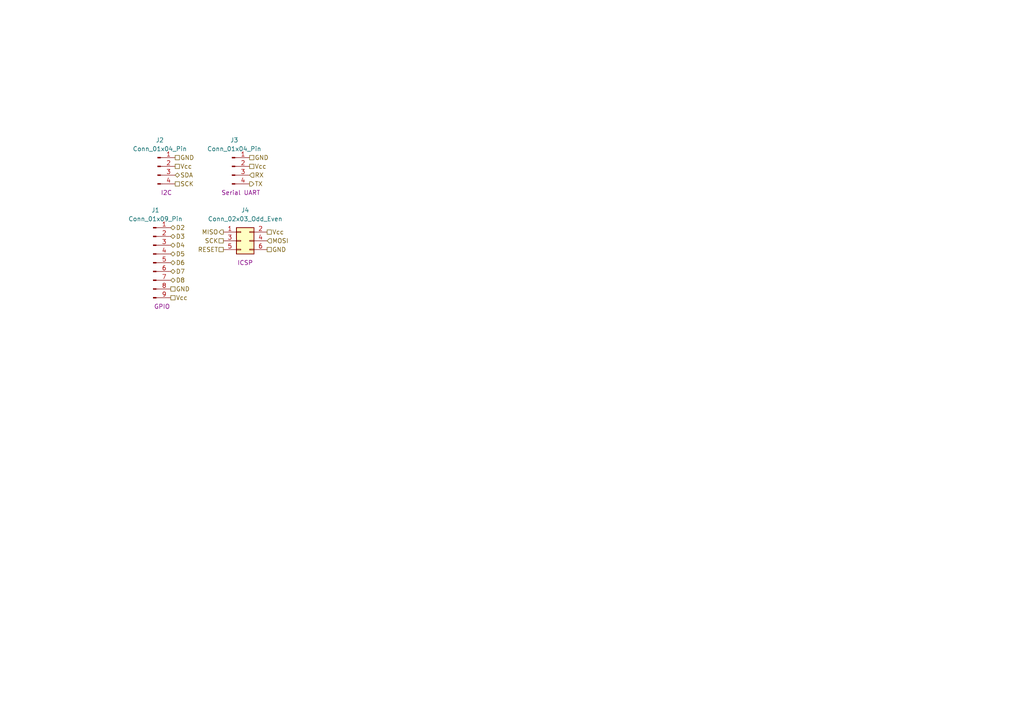
<source format=kicad_sch>
(kicad_sch (version 20250114) (generator "eeschema") (generator_version "9.0")
  (paper "A4")
  (lib_symbols
    (symbol "Connector:Conn_01x04_Pin" (pin_names (offset 1.016) (hide yes))
      (property "Reference" "J" (at 0 5.08 0))
      (property "Value" "Conn_01x04_Pin" (at 0 -7.62 0))
      (symbol "Conn_01x04_Pin_1_1"
        (rectangle (start 0.8636 2.667) (end 0 2.413) (stroke (width 0.1524)) (fill (type outline)))
        (rectangle (start 0.8636 0.127) (end 0 -0.127) (stroke (width 0.1524)) (fill (type outline)))
        (rectangle (start 0.8636 -2.413) (end 0 -2.667) (stroke (width 0.1524)) (fill (type outline)))
        (rectangle (start 0.8636 -4.953) (end 0 -5.207) (stroke (width 0.1524)) (fill (type outline)))
        (polyline (pts (xy 1.27 2.54) (xy 0.8636 2.54)) (stroke (width 0.1524)))
        (polyline (pts (xy 1.27 0) (xy 0.8636 0)) (stroke (width 0.1524)))
        (polyline (pts (xy 1.27 -2.54) (xy 0.8636 -2.54)) (stroke (width 0.1524)))
        (polyline (pts (xy 1.27 -5.08) (xy 0.8636 -5.08)) (stroke (width 0.1524)))
        (pin passive line (at 5.08 2.54 180) (length 3.81) (name "Pin_1") (number "1"))
        (pin passive line (at 5.08 0 180) (length 3.81) (name "Pin_2") (number "2"))
        (pin passive line (at 5.08 -2.54 180) (length 3.81) (name "Pin_3") (number "3"))
        (pin passive line (at 5.08 -5.08 180) (length 3.81) (name "Pin_4") (number "4"))
      )
    )
    (symbol "Connector:Conn_01x09_Pin" (pin_names (offset 1.016) (hide yes))
      (property "Reference" "J" (at 0 12.7 0))
      (property "Value" "Conn_01x09_Pin" (at 0 -12.7 0))
      (symbol "Conn_01x09_Pin_1_1"
        (rectangle (start 0.8636 10.287) (end 0 10.033) (stroke (width 0.1524)) (fill (type outline)))
        (rectangle (start 0.8636 7.747) (end 0 7.493) (stroke (width 0.1524)) (fill (type outline)))
        (rectangle (start 0.8636 5.207) (end 0 4.953) (stroke (width 0.1524)) (fill (type outline)))
        (rectangle (start 0.8636 2.667) (end 0 2.413) (stroke (width 0.1524)) (fill (type outline)))
        (rectangle (start 0.8636 0.127) (end 0 -0.127) (stroke (width 0.1524)) (fill (type outline)))
        (rectangle (start 0.8636 -2.413) (end 0 -2.667) (stroke (width 0.1524)) (fill (type outline)))
        (rectangle (start 0.8636 -4.953) (end 0 -5.207) (stroke (width 0.1524)) (fill (type outline)))
        (rectangle (start 0.8636 -7.493) (end 0 -7.747) (stroke (width 0.1524)) (fill (type outline)))
        (rectangle (start 0.8636 -10.033) (end 0 -10.287) (stroke (width 0.1524)) (fill (type outline)))
        (polyline (pts (xy 1.27 10.16) (xy 0.8636 10.16)) (stroke (width 0.1524)))
        (polyline (pts (xy 1.27 7.62) (xy 0.8636 7.62)) (stroke (width 0.1524)))
        (polyline (pts (xy 1.27 5.08) (xy 0.8636 5.08)) (stroke (width 0.1524)))
        (polyline (pts (xy 1.27 2.54) (xy 0.8636 2.54)) (stroke (width 0.1524)))
        (polyline (pts (xy 1.27 0) (xy 0.8636 0)) (stroke (width 0.1524)))
        (polyline (pts (xy 1.27 -2.54) (xy 0.8636 -2.54)) (stroke (width 0.1524)))
        (polyline (pts (xy 1.27 -5.08) (xy 0.8636 -5.08)) (stroke (width 0.1524)))
        (polyline (pts (xy 1.27 -7.62) (xy 0.8636 -7.62)) (stroke (width 0.1524)))
        (polyline (pts (xy 1.27 -10.16) (xy 0.8636 -10.16)) (stroke (width 0.1524)))
        (pin passive line (at 5.08 10.16 180) (length 3.81) (name "Pin_1") (number "1"))
        (pin passive line (at 5.08 7.62 180) (length 3.81) (name "Pin_2") (number "2"))
        (pin passive line (at 5.08 5.08 180) (length 3.81) (name "Pin_3") (number "3"))
        (pin passive line (at 5.08 2.54 180) (length 3.81) (name "Pin_4") (number "4"))
        (pin passive line (at 5.08 0 180) (length 3.81) (name "Pin_5") (number "5"))
        (pin passive line (at 5.08 -2.54 180) (length 3.81) (name "Pin_6") (number "6"))
        (pin passive line (at 5.08 -5.08 180) (length 3.81) (name "Pin_7") (number "7"))
        (pin passive line (at 5.08 -7.62 180) (length 3.81) (name "Pin_8") (number "8"))
        (pin passive line (at 5.08 -10.16 180) (length 3.81) (name "Pin_9") (number "9"))
      )
    )
    (symbol "Connector_Generic:Conn_02x03_Odd_Even" (pin_names (offset 1.016) (hide yes))
      (property "Reference" "J" (at 1.27 5.08 0))
      (property "Value" "Conn_02x03_Odd_Even" (at 1.27 -5.08 0))
      (symbol "Conn_02x03_Odd_Even_1_1"
        (rectangle (start -1.27 3.81) (end 3.81 -3.81) (stroke (width 0.254)) (fill (type background)))
        (rectangle (start -1.27 2.667) (end 0 2.413) (stroke (width 0.1524)))
        (rectangle (start -1.27 0.127) (end 0 -0.127) (stroke (width 0.1524)))
        (rectangle (start -1.27 -2.413) (end 0 -2.667) (stroke (width 0.1524)))
        (rectangle (start 3.81 2.667) (end 2.54 2.413) (stroke (width 0.1524)))
        (rectangle (start 3.81 0.127) (end 2.54 -0.127) (stroke (width 0.1524)))
        (rectangle (start 3.81 -2.413) (end 2.54 -2.667) (stroke (width 0.1524)))
        (pin passive line (at -5.08 2.54 0) (length 3.81) (name "Pin_1") (number "1"))
        (pin passive line (at -5.08 0 0) (length 3.81) (name "Pin_3") (number "3"))
        (pin passive line (at -5.08 -2.54 0) (length 3.81) (name "Pin_5") (number "5"))
        (pin passive line (at 7.62 2.54 180) (length 3.81) (name "Pin_2") (number "2"))
        (pin passive line (at 7.62 0 180) (length 3.81) (name "Pin_4") (number "4"))
        (pin passive line (at 7.62 -2.54 180) (length 3.81) (name "Pin_6") (number "6"))
      )
    )
  )
  (hierarchical_label "RESET" (shape passive) (at 64.77 72.39 180))
  (hierarchical_label "D5" (shape bidirectional) (at 49.53 73.66 0))
  (hierarchical_label "GND" (shape passive) (at 50.8 45.72 0))
  (hierarchical_label "D7" (shape bidirectional) (at 49.53 78.74 0))
  (hierarchical_label "D6" (shape bidirectional) (at 49.53 76.2 0))
  (hierarchical_label "SDA" (shape bidirectional) (at 50.8 50.8 0))
  (hierarchical_label "GND" (shape passive) (at 49.53 83.82 0))
  (hierarchical_label "Vcc" (shape passive) (at 49.53 86.36 0))
  (hierarchical_label "D2" (shape bidirectional) (at 49.53 66.04 0))
  (hierarchical_label "SCK" (shape passive) (at 64.77 69.85 180))
  (hierarchical_label "D8" (shape bidirectional) (at 49.53 81.28 0))
  (hierarchical_label "GND" (shape passive) (at 77.47 72.39 0))
  (hierarchical_label "MOSI" (shape input) (at 77.47 69.85 0))
  (hierarchical_label "GND" (shape passive) (at 72.39 45.72 0))
  (hierarchical_label "TX" (shape output) (at 72.39 53.34 0))
  (hierarchical_label "D4" (shape bidirectional) (at 49.53 71.12 0))
  (hierarchical_label "SCK" (shape passive) (at 50.8 53.34 0))
  (hierarchical_label "Vcc" (shape passive) (at 50.8 48.26 0))
  (hierarchical_label "MISO" (shape output) (at 64.77 67.31 180))
  (hierarchical_label "Vcc" (shape passive) (at 72.39 48.26 0))
  (hierarchical_label "RX" (shape input) (at 72.39 50.8 0))
  (hierarchical_label "Vcc" (shape passive) (at 77.47 67.31 0))
  (hierarchical_label "D3" (shape bidirectional) (at 49.53 68.58 0))
  (symbol (lib_id "Connector:Conn_01x04_Pin") (at 45.72 48.26 0) (unit 1)
    (property "Reference" "J2" (at 46.355 40.64 0))
    (property "Value" "Conn_01x04_Pin" (at 46.355 43.18 0))
    (property "Footprint" "Connector_PinHeader_2.54mm:PinHeader_1x04_P2.54mm_Vertical" (effects (hide yes)))
    (property "Description" "Generic connector, single row, 01x04, script generated" (effects (hide yes)))
    (property "Purpose" "I2C" (at 48.26 55.88 0))
  )
  (symbol (lib_id "Connector_Generic:Conn_02x03_Odd_Even") (at 69.85 69.85 0) (unit 1)
    (property "Reference" "J4" (at 71.12 60.96 0))
    (property "Value" "Conn_02x03_Odd_Even" (at 71.12 63.5 0))
    (property "Footprint" "Connector_PinHeader_2.54mm:PinHeader_2x03_P2.54mm_Vertical" (effects (hide yes)))
    (property "Description" "Generic connector, double row, 02x03, odd/even pin numbering scheme (row 1 odd numbers, row 2 even numbers), script generated (kicad-library-utils/schlib/autogen/connector/)" (effects (hide yes)))
    (property "Purpose" "ICSP" (at 71.12 76.2 0))
  )
  (symbol (lib_id "Connector:Conn_01x09_Pin") (at 44.45 76.2 0) (unit 1)
    (property "Reference" "J1" (at 45.085 60.96 0))
    (property "Value" "Conn_01x09_Pin" (at 45.085 63.5 0))
    (property "Footprint" "Connector_PinHeader_2.54mm:PinHeader_1x09_P2.54mm_Vertical" (effects (hide yes)))
    (property "Description" "Generic connector, single row, 01x09, script generated" (effects (hide yes)))
    (property "Purpose" "GPIO" (at 46.99 88.9 0))
  )
  (symbol (lib_id "Connector:Conn_01x04_Pin") (at 67.31 48.26 0) (unit 1)
    (property "Reference" "J3" (at 67.945 40.64 0))
    (property "Value" "Conn_01x04_Pin" (at 67.945 43.18 0))
    (property "Footprint" "Connector_PinHeader_2.54mm:PinHeader_1x04_P2.54mm_Vertical" (effects (hide yes)))
    (property "Description" "Generic connector, single row, 01x04, script generated" (effects (hide yes)))
    (property "Purpose" "Serial UART" (at 69.85 55.88 0))
  )
)
</source>
